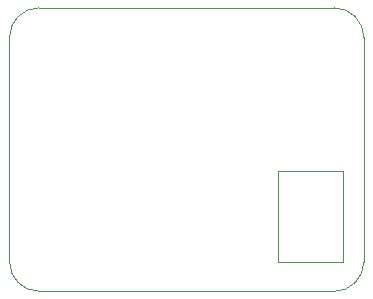
<source format=gm1>
G04 #@! TF.GenerationSoftware,KiCad,Pcbnew,(6.0.4)*
G04 #@! TF.CreationDate,2023-03-05T19:47:51+01:00*
G04 #@! TF.ProjectId,hair-02,68616972-2d30-4322-9e6b-696361645f70,rev?*
G04 #@! TF.SameCoordinates,Original*
G04 #@! TF.FileFunction,Profile,NP*
%FSLAX46Y46*%
G04 Gerber Fmt 4.6, Leading zero omitted, Abs format (unit mm)*
G04 Created by KiCad (PCBNEW (6.0.4)) date 2023-03-05 19:47:51*
%MOMM*%
%LPD*%
G01*
G04 APERTURE LIST*
G04 #@! TA.AperFunction,Profile*
%ADD10C,0.100000*%
G04 #@! TD*
G04 #@! TA.AperFunction,Profile*
%ADD11C,0.120000*%
G04 #@! TD*
G04 APERTURE END LIST*
D10*
X163500000Y-95500000D02*
X163500000Y-114500000D01*
X161000000Y-117000000D02*
G75*
G03*
X163500000Y-114500000I0J2500000D01*
G01*
X133500000Y-114500000D02*
G75*
G03*
X136000000Y-117000000I2500000J0D01*
G01*
X163500000Y-95500000D02*
G75*
G03*
X161000000Y-93000000I-2500000J0D01*
G01*
X161000000Y-117000000D02*
X136000000Y-117000000D01*
X136000000Y-93000000D02*
G75*
G03*
X133500000Y-95500000I0J-2500000D01*
G01*
X136000000Y-93000000D02*
X161000000Y-93000000D01*
X133500000Y-114500000D02*
X133500000Y-95500000D01*
D11*
X161750000Y-114550000D02*
X161750000Y-106850000D01*
X156250000Y-106850000D02*
X161750000Y-106850000D01*
X156250000Y-114550000D02*
X161750000Y-114550000D01*
X156250000Y-106850000D02*
X156250000Y-114550000D01*
M02*

</source>
